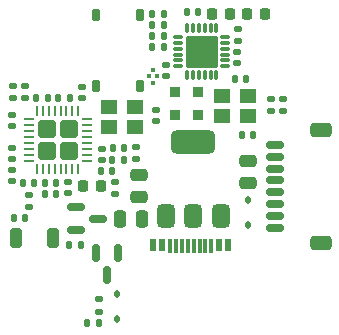
<source format=gbr>
%TF.GenerationSoftware,KiCad,Pcbnew,8.0.3-8.0.3-0~ubuntu24.04.1*%
%TF.CreationDate,2024-07-13T12:59:08+02:00*%
%TF.ProjectId,erace-rx-v2,65726163-652d-4727-982d-76322e6b6963,rev?*%
%TF.SameCoordinates,Original*%
%TF.FileFunction,Paste,Top*%
%TF.FilePolarity,Positive*%
%FSLAX46Y46*%
G04 Gerber Fmt 4.6, Leading zero omitted, Abs format (unit mm)*
G04 Created by KiCad (PCBNEW 8.0.3-8.0.3-0~ubuntu24.04.1) date 2024-07-13 12:59:08*
%MOMM*%
%LPD*%
G01*
G04 APERTURE LIST*
G04 Aperture macros list*
%AMRoundRect*
0 Rectangle with rounded corners*
0 $1 Rounding radius*
0 $2 $3 $4 $5 $6 $7 $8 $9 X,Y pos of 4 corners*
0 Add a 4 corners polygon primitive as box body*
4,1,4,$2,$3,$4,$5,$6,$7,$8,$9,$2,$3,0*
0 Add four circle primitives for the rounded corners*
1,1,$1+$1,$2,$3*
1,1,$1+$1,$4,$5*
1,1,$1+$1,$6,$7*
1,1,$1+$1,$8,$9*
0 Add four rect primitives between the rounded corners*
20,1,$1+$1,$2,$3,$4,$5,0*
20,1,$1+$1,$4,$5,$6,$7,0*
20,1,$1+$1,$6,$7,$8,$9,0*
20,1,$1+$1,$8,$9,$2,$3,0*%
G04 Aperture macros list end*
%ADD10RoundRect,0.147500X-0.172500X0.147500X-0.172500X-0.147500X0.172500X-0.147500X0.172500X0.147500X0*%
%ADD11RoundRect,0.140000X0.140000X0.170000X-0.140000X0.170000X-0.140000X-0.170000X0.140000X-0.170000X0*%
%ADD12RoundRect,0.140000X-0.140000X-0.170000X0.140000X-0.170000X0.140000X0.170000X-0.140000X0.170000X0*%
%ADD13R,1.400000X1.200000*%
%ADD14RoundRect,0.225000X-0.225000X-0.250000X0.225000X-0.250000X0.225000X0.250000X-0.225000X0.250000X0*%
%ADD15RoundRect,0.140000X0.170000X-0.140000X0.170000X0.140000X-0.170000X0.140000X-0.170000X-0.140000X0*%
%ADD16RoundRect,0.135000X0.135000X0.185000X-0.135000X0.185000X-0.135000X-0.185000X0.135000X-0.185000X0*%
%ADD17R,0.600000X1.050000*%
%ADD18R,0.300000X1.150000*%
%ADD19R,0.450000X0.300000*%
%ADD20R,0.300000X0.450000*%
%ADD21RoundRect,0.135000X-0.135000X-0.185000X0.135000X-0.185000X0.135000X0.185000X-0.135000X0.185000X0*%
%ADD22RoundRect,0.135000X0.185000X-0.135000X0.185000X0.135000X-0.185000X0.135000X-0.185000X-0.135000X0*%
%ADD23RoundRect,0.135000X-0.185000X0.135000X-0.185000X-0.135000X0.185000X-0.135000X0.185000X0.135000X0*%
%ADD24RoundRect,0.150000X0.625000X-0.150000X0.625000X0.150000X-0.625000X0.150000X-0.625000X-0.150000X0*%
%ADD25RoundRect,0.250000X0.650000X-0.350000X0.650000X0.350000X-0.650000X0.350000X-0.650000X-0.350000X0*%
%ADD26RoundRect,0.147500X0.147500X0.172500X-0.147500X0.172500X-0.147500X-0.172500X0.147500X-0.172500X0*%
%ADD27RoundRect,0.150000X-0.587500X-0.150000X0.587500X-0.150000X0.587500X0.150000X-0.587500X0.150000X0*%
%ADD28RoundRect,0.218750X0.218750X0.256250X-0.218750X0.256250X-0.218750X-0.256250X0.218750X-0.256250X0*%
%ADD29RoundRect,0.250000X0.495000X-0.495000X0.495000X0.495000X-0.495000X0.495000X-0.495000X-0.495000X0*%
%ADD30RoundRect,0.062500X0.062500X-0.337500X0.062500X0.337500X-0.062500X0.337500X-0.062500X-0.337500X0*%
%ADD31RoundRect,0.062500X0.337500X-0.062500X0.337500X0.062500X-0.337500X0.062500X-0.337500X-0.062500X0*%
%ADD32RoundRect,0.250000X0.475000X-0.250000X0.475000X0.250000X-0.475000X0.250000X-0.475000X-0.250000X0*%
%ADD33RoundRect,0.250000X-0.475000X0.250000X-0.475000X-0.250000X0.475000X-0.250000X0.475000X0.250000X0*%
%ADD34RoundRect,0.375000X0.375000X-0.625000X0.375000X0.625000X-0.375000X0.625000X-0.375000X-0.625000X0*%
%ADD35RoundRect,0.500000X1.400000X-0.500000X1.400000X0.500000X-1.400000X0.500000X-1.400000X-0.500000X0*%
%ADD36RoundRect,0.140000X-0.170000X0.140000X-0.170000X-0.140000X0.170000X-0.140000X0.170000X0.140000X0*%
%ADD37RoundRect,0.250000X-0.250000X-0.600000X0.250000X-0.600000X0.250000X0.600000X-0.250000X0.600000X0*%
%ADD38RoundRect,0.187500X0.187500X-0.312500X0.187500X0.312500X-0.187500X0.312500X-0.187500X-0.312500X0*%
%ADD39R,0.863600X0.863600*%
%ADD40RoundRect,0.112500X-0.112500X0.187500X-0.112500X-0.187500X0.112500X-0.187500X0.112500X0.187500X0*%
%ADD41RoundRect,0.150000X-0.150000X0.587500X-0.150000X-0.587500X0.150000X-0.587500X0.150000X0.587500X0*%
%ADD42RoundRect,0.135000X-1.215000X-1.215000X1.215000X-1.215000X1.215000X1.215000X-1.215000X1.215000X0*%
%ADD43RoundRect,0.060000X-0.090000X-0.340000X0.090000X-0.340000X0.090000X0.340000X-0.090000X0.340000X0*%
%ADD44RoundRect,0.060000X0.340000X-0.090000X0.340000X0.090000X-0.340000X0.090000X-0.340000X-0.090000X0*%
%ADD45RoundRect,0.060000X0.090000X0.340000X-0.090000X0.340000X-0.090000X-0.340000X0.090000X-0.340000X0*%
%ADD46RoundRect,0.060000X-0.340000X0.090000X-0.340000X-0.090000X0.340000X-0.090000X0.340000X0.090000X0*%
%ADD47RoundRect,0.112500X0.112500X-0.187500X0.112500X0.187500X-0.112500X0.187500X-0.112500X-0.187500X0*%
%ADD48RoundRect,0.250000X-0.250000X-0.475000X0.250000X-0.475000X0.250000X0.475000X-0.250000X0.475000X0*%
G04 APERTURE END LIST*
D10*
%TO.C,L2*%
X51050000Y-65165000D03*
X51050000Y-66135000D03*
%TD*%
D11*
%TO.C,C21*%
X50730000Y-67100000D03*
X49770000Y-67100000D03*
%TD*%
D12*
%TO.C,C19*%
X50560000Y-64150000D03*
X51520000Y-64150000D03*
%TD*%
D13*
%TO.C,Y2*%
X67400000Y-58450000D03*
X69600000Y-58450000D03*
X69600000Y-56750000D03*
X67400000Y-56750000D03*
%TD*%
D14*
%TO.C,C15*%
X69505000Y-49800000D03*
X71055000Y-49800000D03*
%TD*%
D15*
%TO.C,C11*%
X54400000Y-65000000D03*
X54400000Y-64040000D03*
%TD*%
D16*
%TO.C,R2*%
X59160000Y-62150000D03*
X58140000Y-62150000D03*
%TD*%
D11*
%TO.C,C13*%
X65410000Y-49610000D03*
X64450000Y-49610000D03*
%TD*%
D12*
%TO.C,C1*%
X57170000Y-63150000D03*
X58130000Y-63150000D03*
%TD*%
D17*
%TO.C,J2*%
X61570000Y-69415000D03*
X62370000Y-69415000D03*
D18*
X63520000Y-69465000D03*
X64520000Y-69465000D03*
X65020000Y-69465000D03*
X66020000Y-69465000D03*
D17*
X67170000Y-69415000D03*
X67970000Y-69415000D03*
X67970000Y-69415000D03*
X67170000Y-69415000D03*
D18*
X66520000Y-69465000D03*
X65520000Y-69465000D03*
X64020000Y-69465000D03*
X63020000Y-69465000D03*
D17*
X62370000Y-69415000D03*
X61570000Y-69415000D03*
%TD*%
D15*
%TO.C,C2*%
X57250000Y-62170000D03*
X57250000Y-61210000D03*
%TD*%
D19*
%TO.C,FL1*%
X61925000Y-55100000D03*
D20*
X61600000Y-55675000D03*
D19*
X61275000Y-55100000D03*
D20*
X61600000Y-54525000D03*
%TD*%
D16*
%TO.C,R13*%
X57010000Y-76000000D03*
X55990000Y-76000000D03*
%TD*%
D21*
%TO.C,R6*%
X51690000Y-56900000D03*
X52710000Y-56900000D03*
%TD*%
%TO.C,R9*%
X54500000Y-69350000D03*
X55520000Y-69350000D03*
%TD*%
D22*
%TO.C,R3*%
X60100000Y-62110000D03*
X60100000Y-61090000D03*
%TD*%
D23*
%TO.C,R10*%
X57000000Y-73990000D03*
X57000000Y-75010000D03*
%TD*%
D12*
%TO.C,C8*%
X58170000Y-61150000D03*
X59130000Y-61150000D03*
%TD*%
D24*
%TO.C,J1*%
X71900000Y-67900000D03*
X71900000Y-66900000D03*
X71900000Y-65900000D03*
X71900000Y-64900000D03*
X71900000Y-63900000D03*
X71900000Y-62900000D03*
X71900000Y-61900000D03*
X71900000Y-60900000D03*
D25*
X75775000Y-69200000D03*
X75775000Y-59600000D03*
%TD*%
D12*
%TO.C,C10*%
X52420000Y-64150000D03*
X53380000Y-64150000D03*
%TD*%
%TO.C,C4*%
X53570000Y-56900000D03*
X54530000Y-56900000D03*
%TD*%
D16*
%TO.C,R11*%
X62510000Y-51700000D03*
X61490000Y-51700000D03*
%TD*%
D26*
%TO.C,D3*%
X62485000Y-50750000D03*
X61515000Y-50750000D03*
%TD*%
D16*
%TO.C,R4*%
X62510000Y-49800000D03*
X61490000Y-49800000D03*
%TD*%
D27*
%TO.C,Q2*%
X55062500Y-66187500D03*
X55062500Y-68087500D03*
X56937500Y-67137500D03*
%TD*%
D28*
%TO.C,L5*%
X68107500Y-49780000D03*
X66532500Y-49780000D03*
%TD*%
D23*
%TO.C,R8*%
X71600000Y-56990000D03*
X71600000Y-58010000D03*
%TD*%
D29*
%TO.C,U1*%
X52575000Y-61425000D03*
X54425000Y-61425000D03*
X52575000Y-59575000D03*
X54425000Y-59575000D03*
D30*
X51750000Y-62950000D03*
X52250000Y-62950000D03*
X52750000Y-62950000D03*
X53250000Y-62950000D03*
X53750000Y-62950000D03*
X54250000Y-62950000D03*
X54750000Y-62950000D03*
X55250000Y-62950000D03*
D31*
X55950000Y-62250000D03*
X55950000Y-61750000D03*
X55950000Y-61250000D03*
X55950000Y-60750000D03*
X55950000Y-60250000D03*
X55950000Y-59750000D03*
X55950000Y-59250000D03*
X55950000Y-58750000D03*
D30*
X55250000Y-58050000D03*
X54750000Y-58050000D03*
X54250000Y-58050000D03*
X53750000Y-58050000D03*
X53250000Y-58050000D03*
X52750000Y-58050000D03*
X52250000Y-58050000D03*
X51750000Y-58050000D03*
D31*
X51050000Y-58750000D03*
X51050000Y-59250000D03*
X51050000Y-59750000D03*
X51050000Y-60250000D03*
X51050000Y-60750000D03*
X51050000Y-61250000D03*
X51050000Y-61750000D03*
X51050000Y-62250000D03*
%TD*%
D32*
%TO.C,C20*%
X69600000Y-64150000D03*
X69600000Y-62250000D03*
%TD*%
D33*
%TO.C,C26*%
X60400000Y-63450000D03*
X60400000Y-65350000D03*
%TD*%
D34*
%TO.C,U2*%
X62700000Y-66950000D03*
X65000000Y-66950000D03*
D35*
X65000000Y-60650000D03*
D34*
X67300000Y-66950000D03*
%TD*%
D26*
%TO.C,L1*%
X53385000Y-65100000D03*
X52415000Y-65100000D03*
%TD*%
D36*
%TO.C,C7*%
X61800000Y-57920000D03*
X61800000Y-58880000D03*
%TD*%
D37*
%TO.C,AE1*%
X49950000Y-68800000D03*
X53150000Y-68800000D03*
%TD*%
D38*
%TO.C,BN1*%
X56725000Y-55913197D03*
X56725000Y-49913197D03*
X60475000Y-55913197D03*
X60475000Y-49913197D03*
%TD*%
D39*
%TO.C,AE2*%
X63434800Y-56435001D03*
X63434800Y-58364999D03*
X65365200Y-58364999D03*
X65365200Y-56435001D03*
%TD*%
D23*
%TO.C,R12*%
X72600000Y-56990000D03*
X72600000Y-58010000D03*
%TD*%
%TO.C,R5*%
X50700000Y-55890000D03*
X50700000Y-56910000D03*
%TD*%
D36*
%TO.C,C5*%
X49650000Y-61170000D03*
X49650000Y-62130000D03*
%TD*%
%TO.C,C12*%
X68700000Y-53020000D03*
X68700000Y-53980000D03*
%TD*%
%TO.C,C3*%
X55600000Y-55970000D03*
X55600000Y-56930000D03*
%TD*%
D40*
%TO.C,D2*%
X69600000Y-65550000D03*
X69600000Y-67650000D03*
%TD*%
D15*
%TO.C,C16*%
X68770000Y-52080000D03*
X68770000Y-51120000D03*
%TD*%
D11*
%TO.C,C18*%
X69440000Y-55280000D03*
X68480000Y-55280000D03*
%TD*%
D15*
%TO.C,C6*%
X49650000Y-63980000D03*
X49650000Y-63020000D03*
%TD*%
D26*
%TO.C,D1*%
X62485000Y-52650000D03*
X61515000Y-52650000D03*
%TD*%
D41*
%TO.C,Q1*%
X58650000Y-70062500D03*
X56750000Y-70062500D03*
X57700000Y-71937500D03*
%TD*%
D22*
%TO.C,R7*%
X49700000Y-56910000D03*
X49700000Y-55890000D03*
%TD*%
D14*
%TO.C,C9*%
X55625000Y-64400000D03*
X57175000Y-64400000D03*
%TD*%
D42*
%TO.C,RF1*%
X65700000Y-53000000D03*
D43*
X64450000Y-55000000D03*
X64950000Y-55000000D03*
X65450000Y-55000000D03*
X65950000Y-55000000D03*
X66450000Y-55000000D03*
X66950000Y-55000000D03*
D44*
X67700000Y-54250000D03*
X67700000Y-53750000D03*
X67700000Y-53250000D03*
X67700000Y-52750000D03*
X67700000Y-52250000D03*
X67700000Y-51750000D03*
D45*
X66950000Y-51000000D03*
X66450000Y-51000000D03*
X65950000Y-51000000D03*
X65450000Y-51000000D03*
X64950000Y-51000000D03*
X64450000Y-51000000D03*
D46*
X63700000Y-51750000D03*
X63700000Y-52250000D03*
X63700000Y-52750000D03*
X63700000Y-53250000D03*
X63700000Y-53750000D03*
X63700000Y-54250000D03*
%TD*%
D13*
%TO.C,Y1*%
X57850000Y-59350000D03*
X60050000Y-59350000D03*
X60050000Y-57650000D03*
X57850000Y-57650000D03*
%TD*%
D36*
%TO.C,C14*%
X62700000Y-54120000D03*
X62700000Y-55080000D03*
%TD*%
D12*
%TO.C,C17*%
X69120000Y-60080000D03*
X70080000Y-60080000D03*
%TD*%
D10*
%TO.C,L4*%
X49630000Y-58365000D03*
X49630000Y-59335000D03*
%TD*%
D47*
%TO.C,D4*%
X58500000Y-75650000D03*
X58500000Y-73550000D03*
%TD*%
D48*
%TO.C,C27*%
X58750000Y-67200000D03*
X60650000Y-67200000D03*
%TD*%
D23*
%TO.C,R1*%
X58400000Y-64080000D03*
X58400000Y-65100000D03*
%TD*%
M02*

</source>
